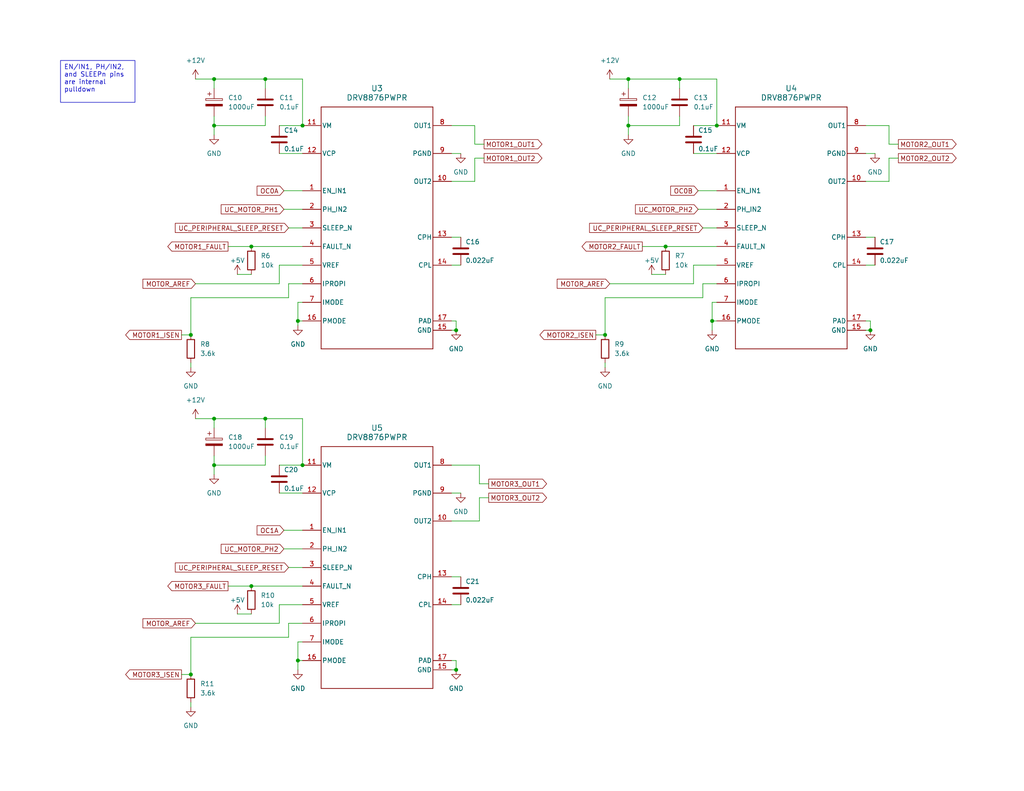
<source format=kicad_sch>
(kicad_sch (version 20231120) (generator "eeschema") (generator_version "8.0")
  (paper "USLetter")
  (title_block (title "Motor Drivers (1/2)") (date "2024-02-27") (rev "4") (company "COEN 490 Team 15"))
  (lib_symbols
    (symbol "Device:C" (pin_numbers hide) (pin_names (offset 0.254))
      (property "Reference" "C" (at 0.635 2.54 0))
      (property "Value" "C" (at 0.635 -2.54 0))
      (symbol "C_0_1"
        (polyline (pts (xy -2.032 -0.762) (xy 2.032 -0.762)) (stroke (width 0.508)))
        (polyline (pts (xy -2.032 0.762) (xy 2.032 0.762)) (stroke (width 0.508)))
      )
      (symbol "C_1_1"
        (pin passive line (at 0 3.81 270) (length 2.794) (name "~") (number "1"))
        (pin passive line (at 0 -3.81 90) (length 2.794) (name "~") (number "2"))
      )
    )
    (symbol "Device:C_Polarized" (pin_numbers hide) (pin_names (offset 0.254))
      (property "Reference" "C" (at 0.635 2.54 0))
      (property "Value" "C_Polarized" (at 0.635 -2.54 0))
      (symbol "C_Polarized_0_1"
        (rectangle (start -2.286 0.508) (end 2.286 1.016))
        (polyline (pts (xy -1.778 2.286) (xy -0.762 2.286)))
        (polyline (pts (xy -1.27 2.794) (xy -1.27 1.778)))
        (rectangle (start 2.286 -0.508) (end -2.286 -1.016) (fill (type outline)))
      )
      (symbol "C_Polarized_1_1"
        (pin passive line (at 0 3.81 270) (length 2.794) (name "~") (number "1"))
        (pin passive line (at 0 -3.81 90) (length 2.794) (name "~") (number "2"))
      )
    )
    (symbol "Device:R" (pin_numbers hide) (pin_names (offset 0))
      (property "Reference" "R" (at 2.032 0 90))
      (property "Value" "R" (at 0 0 90))
      (symbol "R_0_1"
        (rectangle (start -1.016 -2.54) (end 1.016 2.54) (stroke (width 0.254)))
      )
      (symbol "R_1_1"
        (pin passive line (at 0 3.81 270) (length 1.27) (name "~") (number "1"))
        (pin passive line (at 0 -3.81 90) (length 1.27) (name "~") (number "2"))
      )
    )
    (symbol "Glove_Symbols:DRV8876PWPR" (pin_names (offset 0.254))
      (property "Reference" "U" (at 0 2.54 0))
      (property "Value" "DRV8876PWPR" (at 0 0 0))
      (symbol "DRV8876PWPR_0_1"
        (polyline (pts (xy -15.24 -33.02) (xy 15.24 -33.02)) (stroke (width 0.2032)))
        (polyline (pts (xy -15.24 33.02) (xy -15.24 -33.02)) (stroke (width 0.2032)))
        (polyline (pts (xy 15.24 -33.02) (xy 15.24 33.02)) (stroke (width 0.2032)))
        (polyline (pts (xy 15.24 33.02) (xy -15.24 33.02)) (stroke (width 0.2032)))
        (pin input line (at -20.32 10.16 0) (length 5.08) (name "EN_IN1") (number "1"))
        (pin output line (at 20.32 12.7 180) (length 5.08) (name "OUT2") (number "10"))
        (pin power_in line (at -20.32 27.94 0) (length 5.08) (name "VM") (number "11"))
        (pin power_in line (at -20.32 20.32 0) (length 5.08) (name "VCP") (number "12"))
        (pin power_in line (at 20.32 -2.54 180) (length 5.08) (name "CPH") (number "13"))
        (pin power_in line (at 20.32 -10.16 180) (length 5.08) (name "CPL") (number "14"))
        (pin power_in line (at 20.32 -27.94 180) (length 5.08) (name "GND") (number "15"))
        (pin input line (at -20.32 -25.4 0) (length 5.08) (name "PMODE") (number "16"))
        (pin power_in line (at 20.32 -25.4 180) (length 5.08) (name "PAD") (number "17"))
        (pin input line (at -20.32 5.08 0) (length 5.08) (name "PH_IN2") (number "2"))
        (pin input line (at -20.32 0 0) (length 5.08) (name "SLEEP_N") (number "3"))
        (pin open_collector line (at -20.32 -5.08 0) (length 5.08) (name "FAULT_N") (number "4"))
        (pin power_in line (at -20.32 -10.16 0) (length 5.08) (name "VREF") (number "5"))
        (pin output line (at -20.32 -15.24 0) (length 5.08) (name "IPROPI") (number "6"))
        (pin input line (at -20.32 -20.32 0) (length 5.08) (name "IMODE") (number "7"))
        (pin output line (at 20.32 27.94 180) (length 5.08) (name "OUT1") (number "8"))
        (pin power_in line (at 20.32 20.32 180) (length 5.08) (name "PGND") (number "9"))
      )
    )
    (symbol "power:+12V" (power) (pin_names (offset 0))
      (property "Value" "+12V" (at 0 3.556 0))
      (symbol "+12V_0_1"
        (polyline (pts (xy -0.762 1.27) (xy 0 2.54)))
        (polyline (pts (xy 0 0) (xy 0 2.54)))
        (polyline (pts (xy 0 2.54) (xy 0.762 1.27)))
      )
      (symbol "+12V_1_1"
        (pin power_in line (at 0 0 90) (length 0) hide (name "+12V") (number "1"))
      )
    )
    (symbol "power:+5V" (power) (pin_names (offset 0))
      (property "Value" "+5V" (at 0 3.556 0))
      (symbol "+5V_0_1"
        (polyline (pts (xy -0.762 1.27) (xy 0 2.54)))
        (polyline (pts (xy 0 0) (xy 0 2.54)))
        (polyline (pts (xy 0 2.54) (xy 0.762 1.27)))
      )
      (symbol "+5V_1_1"
        (pin power_in line (at 0 0 90) (length 0) hide (name "+5V") (number "1"))
      )
    )
    (symbol "power:GND" (power) (pin_names (offset 0))
      (property "Value" "GND" (at 0 -3.81 0))
      (symbol "GND_0_1"
        (polyline (pts (xy 0 0) (xy 0 -1.27) (xy 1.27 -1.27) (xy 0 -2.54) (xy -1.27 -1.27) (xy 0 -1.27)))
      )
      (symbol "GND_1_1"
        (pin power_in line (at 0 0 270) (length 0) hide (name "GND") (number "1"))
      )
    )
  )
  (junction (at 195.58 34.29))
  (junction (at 171.45 34.29))
  (junction (at 171.45 21.59))
  (junction (at 165.1 91.44))
  (junction (at 124.46 182.88))
  (junction (at 58.42 114.3))
  (junction (at 124.46 90.17))
  (junction (at 68.58 160.02))
  (junction (at 52.07 184.15))
  (junction (at 194.31 87.63))
  (junction (at 82.55 127))
  (junction (at 237.49 90.17))
  (junction (at 68.58 67.31))
  (junction (at 72.39 21.59))
  (junction (at 58.42 34.29))
  (junction (at 72.39 114.3))
  (junction (at 181.61 67.31))
  (junction (at 52.07 91.44))
  (junction (at 82.55 34.29))
  (junction (at 81.28 87.63))
  (junction (at 185.42 21.59))
  (junction (at 81.28 180.34))
  (junction (at 58.42 127))
  (junction (at 58.42 21.59))
  (wire (pts (xy 130.81 142.24) (xy 130.81 135.89)))
  (wire (pts (xy 64.77 74.93) (xy 68.58 74.93)))
  (wire (pts (xy 68.58 160.02) (xy 82.55 160.02)))
  (wire (pts (xy 171.45 21.59) (xy 171.45 24.13)))
  (wire (pts (xy 58.42 21.59) (xy 58.42 24.13)))
  (wire (pts (xy 129.54 39.37) (xy 132.08 39.37)))
  (wire (pts (xy 123.19 64.77) (xy 125.73 64.77)))
  (wire (pts (xy 76.2 165.1) (xy 76.2 170.18)))
  (wire (pts (xy 62.23 67.31) (xy 68.58 67.31)))
  (wire (pts (xy 236.22 49.53) (xy 242.57 49.53)))
  (wire (pts (xy 123.19 182.88) (xy 124.46 182.88)))
  (wire (pts (xy 242.57 34.29) (xy 242.57 39.37)))
  (wire (pts (xy 236.22 72.39) (xy 238.76 72.39)))
  (wire (pts (xy 236.22 34.29) (xy 242.57 34.29)))
  (wire (pts (xy 76.2 41.91) (xy 82.55 41.91)))
  (wire (pts (xy 123.19 134.62) (xy 125.73 134.62)))
  (wire (pts (xy 191.77 81.28) (xy 165.1 81.28)))
  (wire (pts (xy 58.42 34.29) (xy 72.39 34.29)))
  (wire (pts (xy 236.22 41.91) (xy 238.76 41.91)))
  (wire (pts (xy 52.07 173.99) (xy 52.07 184.15)))
  (wire (pts (xy 129.54 49.53) (xy 129.54 43.18)))
  (wire (pts (xy 77.47 52.07) (xy 82.55 52.07)))
  (wire (pts (xy 58.42 114.3) (xy 72.39 114.3)))
  (wire (pts (xy 76.2 72.39) (xy 76.2 77.47)))
  (wire (pts (xy 181.61 67.31) (xy 195.58 67.31)))
  (wire (pts (xy 165.1 81.28) (xy 165.1 91.44)))
  (wire (pts (xy 58.42 127) (xy 58.42 129.54)))
  (wire (pts (xy 190.5 57.15) (xy 195.58 57.15)))
  (wire (pts (xy 77.47 144.78) (xy 82.55 144.78)))
  (wire (pts (xy 52.07 99.06) (xy 52.07 100.33)))
  (wire (pts (xy 81.28 82.55) (xy 82.55 82.55)))
  (wire (pts (xy 68.58 67.31) (xy 82.55 67.31)))
  (wire (pts (xy 58.42 124.46) (xy 58.42 127)))
  (wire (pts (xy 53.34 77.47) (xy 76.2 77.47)))
  (wire (pts (xy 123.19 180.34) (xy 124.46 180.34)))
  (wire (pts (xy 191.77 62.23) (xy 195.58 62.23)))
  (wire (pts (xy 236.22 90.17) (xy 237.49 90.17)))
  (wire (pts (xy 58.42 21.59) (xy 72.39 21.59)))
  (wire (pts (xy 82.55 21.59) (xy 82.55 34.29)))
  (wire (pts (xy 77.47 57.15) (xy 82.55 57.15)))
  (wire (pts (xy 124.46 180.34) (xy 124.46 182.88)))
  (wire (pts (xy 130.81 127) (xy 130.81 132.08)))
  (wire (pts (xy 78.74 77.47) (xy 78.74 81.28)))
  (wire (pts (xy 72.39 24.13) (xy 72.39 21.59)))
  (wire (pts (xy 82.55 21.59) (xy 72.39 21.59)))
  (wire (pts (xy 49.53 91.44) (xy 52.07 91.44)))
  (wire (pts (xy 123.19 165.1) (xy 125.73 165.1)))
  (wire (pts (xy 81.28 87.63) (xy 82.55 87.63)))
  (wire (pts (xy 82.55 114.3) (xy 82.55 127)))
  (wire (pts (xy 58.42 114.3) (xy 58.42 116.84)))
  (wire (pts (xy 171.45 34.29) (xy 185.42 34.29)))
  (wire (pts (xy 64.77 167.64) (xy 68.58 167.64)))
  (wire (pts (xy 123.19 142.24) (xy 130.81 142.24)))
  (wire (pts (xy 49.53 184.15) (xy 52.07 184.15)))
  (wire (pts (xy 166.37 21.59) (xy 171.45 21.59)))
  (wire (pts (xy 53.34 21.59) (xy 58.42 21.59)))
  (wire (pts (xy 124.46 87.63) (xy 124.46 90.17)))
  (wire (pts (xy 76.2 34.29) (xy 82.55 34.29)))
  (wire (pts (xy 165.1 99.06) (xy 165.1 100.33)))
  (wire (pts (xy 129.54 43.18) (xy 132.08 43.18)))
  (wire (pts (xy 81.28 182.88) (xy 81.28 180.34)))
  (wire (pts (xy 190.5 52.07) (xy 195.58 52.07)))
  (wire (pts (xy 185.42 24.13) (xy 185.42 21.59)))
  (wire (pts (xy 171.45 34.29) (xy 171.45 36.83)))
  (wire (pts (xy 78.74 154.94) (xy 82.55 154.94)))
  (wire (pts (xy 195.58 21.59) (xy 195.58 34.29)))
  (wire (pts (xy 194.31 87.63) (xy 194.31 82.55)))
  (wire (pts (xy 130.81 132.08) (xy 133.35 132.08)))
  (wire (pts (xy 194.31 82.55) (xy 195.58 82.55)))
  (wire (pts (xy 81.28 175.26) (xy 82.55 175.26)))
  (wire (pts (xy 189.23 72.39) (xy 189.23 77.47)))
  (wire (pts (xy 195.58 21.59) (xy 185.42 21.59)))
  (wire (pts (xy 237.49 87.63) (xy 237.49 90.17)))
  (wire (pts (xy 191.77 77.47) (xy 191.77 81.28)))
  (wire (pts (xy 82.55 114.3) (xy 72.39 114.3)))
  (wire (pts (xy 81.28 180.34) (xy 82.55 180.34)))
  (wire (pts (xy 58.42 34.29) (xy 58.42 36.83)))
  (wire (pts (xy 171.45 31.75) (xy 171.45 34.29)))
  (wire (pts (xy 129.54 34.29) (xy 129.54 39.37)))
  (wire (pts (xy 82.55 165.1) (xy 76.2 165.1)))
  (wire (pts (xy 76.2 134.62) (xy 82.55 134.62)))
  (wire (pts (xy 194.31 87.63) (xy 195.58 87.63)))
  (wire (pts (xy 123.19 49.53) (xy 129.54 49.53)))
  (wire (pts (xy 195.58 77.47) (xy 191.77 77.47)))
  (wire (pts (xy 78.74 81.28) (xy 52.07 81.28)))
  (wire (pts (xy 185.42 31.75) (xy 185.42 34.29)))
  (wire (pts (xy 78.74 173.99) (xy 52.07 173.99)))
  (wire (pts (xy 195.58 72.39) (xy 189.23 72.39)))
  (wire (pts (xy 58.42 31.75) (xy 58.42 34.29)))
  (wire (pts (xy 72.39 116.84) (xy 72.39 114.3)))
  (wire (pts (xy 62.23 160.02) (xy 68.58 160.02)))
  (wire (pts (xy 123.19 72.39) (xy 125.73 72.39)))
  (wire (pts (xy 72.39 124.46) (xy 72.39 127)))
  (wire (pts (xy 194.31 90.17) (xy 194.31 87.63)))
  (wire (pts (xy 82.55 72.39) (xy 76.2 72.39)))
  (wire (pts (xy 76.2 127) (xy 82.55 127)))
  (wire (pts (xy 177.8 74.93) (xy 181.61 74.93)))
  (wire (pts (xy 77.47 149.86) (xy 82.55 149.86)))
  (wire (pts (xy 72.39 31.75) (xy 72.39 34.29)))
  (wire (pts (xy 236.22 87.63) (xy 237.49 87.63)))
  (wire (pts (xy 52.07 191.77) (xy 52.07 193.04)))
  (wire (pts (xy 130.81 135.89) (xy 133.35 135.89)))
  (wire (pts (xy 53.34 114.3) (xy 58.42 114.3)))
  (wire (pts (xy 58.42 127) (xy 72.39 127)))
  (wire (pts (xy 78.74 62.23) (xy 82.55 62.23)))
  (wire (pts (xy 242.57 43.18) (xy 245.11 43.18)))
  (wire (pts (xy 123.19 34.29) (xy 129.54 34.29)))
  (wire (pts (xy 123.19 157.48) (xy 125.73 157.48)))
  (wire (pts (xy 123.19 87.63) (xy 124.46 87.63)))
  (wire (pts (xy 242.57 49.53) (xy 242.57 43.18)))
  (wire (pts (xy 123.19 41.91) (xy 125.73 41.91)))
  (wire (pts (xy 175.26 67.31) (xy 181.61 67.31)))
  (wire (pts (xy 171.45 21.59) (xy 185.42 21.59)))
  (wire (pts (xy 189.23 41.91) (xy 195.58 41.91)))
  (wire (pts (xy 166.37 77.47) (xy 189.23 77.47)))
  (wire (pts (xy 82.55 170.18) (xy 78.74 170.18)))
  (wire (pts (xy 52.07 81.28) (xy 52.07 91.44)))
  (wire (pts (xy 53.34 170.18) (xy 76.2 170.18)))
  (wire (pts (xy 82.55 77.47) (xy 78.74 77.47)))
  (wire (pts (xy 236.22 64.77) (xy 238.76 64.77)))
  (wire (pts (xy 189.23 34.29) (xy 195.58 34.29)))
  (wire (pts (xy 242.57 39.37) (xy 245.11 39.37)))
  (wire (pts (xy 81.28 180.34) (xy 81.28 175.26)))
  (wire (pts (xy 162.56 91.44) (xy 165.1 91.44)))
  (wire (pts (xy 123.19 127) (xy 130.81 127)))
  (wire (pts (xy 81.28 88.9) (xy 81.28 87.63)))
  (wire (pts (xy 78.74 170.18) (xy 78.74 173.99)))
  (wire (pts (xy 81.28 87.63) (xy 81.28 82.55)))
  (wire (pts (xy 123.19 90.17) (xy 124.46 90.17)))
  (text_box "EN/IN1, PH/IN2, and SLEEPn pins are internal pulldown" (at 16.51 16.51 0) (size 20.32 11.43) (effects (font (size 1.27 1.27)) (justify left top)))
  (global_label "UC_PERIPHERAL_SLEEP_RESET" (shape input) (at 78.74 62.23 180) (property "Intersheetrefs" "${INTERSHEET_REFS}" (effects (hide yes))))
  (global_label "MOTOR2_FAULT" (shape output) (at 175.26 67.31 180) (property "Intersheetrefs" "${INTERSHEET_REFS}" (effects (hide yes))))
  (global_label "MOTOR1_OUT1" (shape output) (at 132.08 39.37 0) (property "Intersheetrefs" "${INTERSHEET_REFS}" (effects (hide yes))))
  (global_label "MOTOR_AREF" (shape input) (at 166.37 77.47 180) (property "Intersheetrefs" "${INTERSHEET_REFS}" (effects (hide yes))))
  (global_label "MOTOR1_ISEN" (shape output) (at 49.53 91.44 180) (property "Intersheetrefs" "${INTERSHEET_REFS}" (effects (hide yes))))
  (global_label "UC_MOTOR_PH2" (shape input) (at 190.5 57.15 180) (property "Intersheetrefs" "${INTERSHEET_REFS}" (effects (hide yes))))
  (global_label "MOTOR1_FAULT" (shape output) (at 62.23 67.31 180) (property "Intersheetrefs" "${INTERSHEET_REFS}" (effects (hide yes))))
  (global_label "MOTOR3_OUT2" (shape output) (at 133.35 135.89 0) (property "Intersheetrefs" "${INTERSHEET_REFS}" (effects (hide yes))))
  (global_label "MOTOR1_OUT2" (shape output) (at 132.08 43.18 0) (property "Intersheetrefs" "${INTERSHEET_REFS}" (effects (hide yes))))
  (global_label "UC_MOTOR_PH2" (shape input) (at 77.47 149.86 180) (property "Intersheetrefs" "${INTERSHEET_REFS}" (effects (hide yes))))
  (global_label "MOTOR2_OUT2" (shape output) (at 245.11 43.18 0) (property "Intersheetrefs" "${INTERSHEET_REFS}" (effects (hide yes))))
  (global_label "MOTOR3_OUT1" (shape output) (at 133.35 132.08 0) (property "Intersheetrefs" "${INTERSHEET_REFS}" (effects (hide yes))))
  (global_label "OC1A" (shape input) (at 77.47 144.78 180) (property "Intersheetrefs" "${INTERSHEET_REFS}" (effects (hide yes))))
  (global_label "MOTOR2_ISEN" (shape output) (at 162.56 91.44 180) (property "Intersheetrefs" "${INTERSHEET_REFS}" (effects (hide yes))))
  (global_label "MOTOR3_FAULT" (shape output) (at 62.23 160.02 180) (property "Intersheetrefs" "${INTERSHEET_REFS}" (effects (hide yes))))
  (global_label "MOTOR_AREF" (shape input) (at 53.34 77.47 180) (property "Intersheetrefs" "${INTERSHEET_REFS}" (effects (hide yes))))
  (global_label "UC_PERIPHERAL_SLEEP_RESET" (shape input) (at 78.74 154.94 180) (property "Intersheetrefs" "${INTERSHEET_REFS}" (effects (hide yes))))
  (global_label "MOTOR2_OUT1" (shape output) (at 245.11 39.37 0) (property "Intersheetrefs" "${INTERSHEET_REFS}" (effects (hide yes))))
  (global_label "MOTOR3_ISEN" (shape output) (at 49.53 184.15 180) (property "Intersheetrefs" "${INTERSHEET_REFS}" (effects (hide yes))))
  (global_label "OC0A" (shape input) (at 77.47 52.07 180) (property "Intersheetrefs" "${INTERSHEET_REFS}" (effects (hide yes))))
  (global_label "OC0B" (shape input) (at 190.5 52.07 180) (property "Intersheetrefs" "${INTERSHEET_REFS}" (effects (hide yes))))
  (global_label "UC_MOTOR_PH1" (shape input) (at 77.47 57.15 180) (property "Intersheetrefs" "${INTERSHEET_REFS}" (effects (hide yes))))
  (global_label "UC_PERIPHERAL_SLEEP_RESET" (shape input) (at 191.77 62.23 180) (property "Intersheetrefs" "${INTERSHEET_REFS}" (effects (hide yes))))
  (global_label "MOTOR_AREF" (shape input) (at 53.34 170.18 180) (property "Intersheetrefs" "${INTERSHEET_REFS}" (effects (hide yes))))
  (symbol (lib_id "power:GND") (at 58.42 36.83 0) (unit 1)
    (property "Reference" "#PWR019" (effects (hide yes)))
    (property "Value" "GND" (at 58.42 41.91 0))
  )
  (symbol (lib_id "power:GND") (at 52.07 193.04 0) (unit 1)
    (property "Reference" "#PWR037" (effects (hide yes)))
    (property "Value" "GND" (at 52.07 198.12 0))
  )
  (symbol (lib_id "power:GND") (at 238.76 41.91 0) (unit 1)
    (property "Reference" "#PWR022" (effects (hide yes)))
    (property "Value" "GND" (at 238.76 46.99 0))
  )
  (symbol (lib_id "Device:C") (at 76.2 130.81 0) (unit 1)
    (property "Reference" "C20" (at 77.47 128.27 0) (effects (justify left)))
    (property "Value" "0.1uF" (at 77.47 133.35 0) (effects (justify left)))
    (property "Footprint" "Capacitor_SMD:C_0603_1608Metric_Pad1.08x0.95mm_HandSolder" (effects (hide yes)))
  )
  (symbol (lib_id "Device:C_Polarized") (at 58.42 120.65 0) (unit 1)
    (property "Reference" "C18" (at 62.23 119.38 0) (effects (justify left)))
    (property "Value" "1000uF" (at 62.23 121.92 0) (effects (justify left)))
    (property "Footprint" "Capacitor_THT:CP_Radial_D10.0mm_P5.00mm" (effects (hide yes)))
  )
  (symbol (lib_id "power:GND") (at 165.1 100.33 0) (unit 1)
    (property "Reference" "#PWR030" (effects (hide yes)))
    (property "Value" "GND" (at 165.1 105.41 0))
  )
  (symbol (lib_id "Device:C_Polarized") (at 58.42 27.94 0) (unit 1)
    (property "Reference" "C10" (at 62.23 26.67 0) (effects (justify left)))
    (property "Value" "1000uF" (at 62.23 29.21 0) (effects (justify left)))
    (property "Footprint" "Capacitor_THT:CP_Radial_D10.0mm_P5.00mm" (effects (hide yes)))
  )
  (symbol (lib_id "power:GND") (at 125.73 134.62 0) (unit 1)
    (property "Reference" "#PWR033" (effects (hide yes)))
    (property "Value" "GND" (at 125.73 139.7 0))
  )
  (symbol (lib_id "power:GND") (at 81.28 88.9 0) (unit 1)
    (property "Reference" "#PWR025" (effects (hide yes)))
    (property "Value" "GND" (at 81.28 93.98 0))
  )
  (symbol (lib_id "Device:C") (at 72.39 120.65 0) (unit 1)
    (property "Reference" "C19" (at 76.2 119.38 0) (effects (justify left)))
    (property "Value" "0.1uF" (at 76.2 121.92 0) (effects (justify left)))
    (property "Footprint" "Capacitor_SMD:C_0603_1608Metric_Pad1.08x0.95mm_HandSolder" (effects (hide yes)))
  )
  (symbol (lib_id "Device:R") (at 68.58 71.12 0) (unit 1)
    (property "Reference" "R6" (at 71.12 69.85 0) (effects (justify left)))
    (property "Value" "10k" (at 71.12 72.39 0) (effects (justify left)))
    (property "Footprint" "Resistor_SMD:R_0805_2012Metric_Pad1.20x1.40mm_HandSolder" (effects (hide yes)))
  )
  (symbol (lib_id "power:+12V") (at 53.34 114.3 0) (unit 1)
    (property "Reference" "#PWR031" (effects (hide yes)))
    (property "Value" "+12V" (at 53.34 109.22 0))
  )
  (symbol (lib_id "power:GND") (at 124.46 182.88 0) (unit 1)
    (property "Reference" "#PWR036" (effects (hide yes)))
    (property "Value" "GND" (at 124.46 187.96 0))
  )
  (symbol (lib_id "Device:C") (at 125.73 68.58 0) (unit 1)
    (property "Reference" "C16" (at 127 66.04 0) (effects (justify left)))
    (property "Value" "0.022uF" (at 127 71.12 0) (effects (justify left)))
    (property "Footprint" "Capacitor_SMD:C_0603_1608Metric_Pad1.08x0.95mm_HandSolder" (effects (hide yes)))
  )
  (symbol (lib_id "power:+5V") (at 64.77 167.64 0) (unit 1)
    (property "Reference" "#PWR034" (effects (hide yes)))
    (property "Value" "+5V" (at 64.77 163.83 0))
  )
  (symbol (lib_id "Device:C_Polarized") (at 171.45 27.94 0) (unit 1)
    (property "Reference" "C12" (at 175.26 26.67 0) (effects (justify left)))
    (property "Value" "1000uF" (at 175.26 29.21 0) (effects (justify left)))
    (property "Footprint" "Capacitor_THT:CP_Radial_D10.0mm_P5.00mm" (effects (hide yes)))
  )
  (symbol (lib_id "power:+5V") (at 177.8 74.93 0) (unit 1)
    (property "Reference" "#PWR024" (effects (hide yes)))
    (property "Value" "+5V" (at 177.8 71.12 0))
  )
  (symbol (lib_id "Glove_Symbols:DRV8876PWPR") (at 102.87 62.23 0) (unit 1)
    (property "Reference" "U3" (at 102.87 24.13 0) (effects (font (size 1.524 1.524))))
    (property "Value" "DRV8876PWPR" (at 102.87 26.67 0) (effects (font (size 1.524 1.524))))
    (property "Footprint" "Glove_Footprints:PWP0016J_N" (effects (hide yes)))
    (property "Datasheet" "DRV8876PWPR" (effects (hide yes)))
  )
  (symbol (lib_id "Device:C") (at 185.42 27.94 0) (unit 1)
    (property "Reference" "C13" (at 189.23 26.67 0) (effects (justify left)))
    (property "Value" "0.1uF" (at 189.23 29.21 0) (effects (justify left)))
    (property "Footprint" "Capacitor_SMD:C_0603_1608Metric_Pad1.08x0.95mm_HandSolder" (effects (hide yes)))
  )
  (symbol (lib_id "power:+12V") (at 166.37 21.59 0) (unit 1)
    (property "Reference" "#PWR018" (effects (hide yes)))
    (property "Value" "+12V" (at 166.37 16.51 0))
  )
  (symbol (lib_id "Glove_Symbols:DRV8876PWPR") (at 215.9 62.23 0) (unit 1)
    (property "Reference" "U4" (at 215.9 24.13 0) (effects (font (size 1.524 1.524))))
    (property "Value" "DRV8876PWPR" (at 215.9 26.67 0) (effects (font (size 1.524 1.524))))
    (property "Footprint" "Glove_Footprints:PWP0016J_N" (effects (hide yes)))
    (property "Datasheet" "DRV8876PWPR" (effects (hide yes)))
  )
  (symbol (lib_id "Device:R") (at 68.58 163.83 0) (unit 1)
    (property "Reference" "R10" (at 71.12 162.56 0) (effects (justify left)))
    (property "Value" "10k" (at 71.12 165.1 0) (effects (justify left)))
    (property "Footprint" "Resistor_SMD:R_0805_2012Metric_Pad1.20x1.40mm_HandSolder" (effects (hide yes)))
  )
  (symbol (lib_id "power:+12V") (at 53.34 21.59 0) (unit 1)
    (property "Reference" "#PWR017" (effects (hide yes)))
    (property "Value" "+12V" (at 53.34 16.51 0))
  )
  (symbol (lib_id "power:GND") (at 194.31 90.17 0) (unit 1)
    (property "Reference" "#PWR027" (effects (hide yes)))
    (property "Value" "GND" (at 194.31 95.25 0))
  )
  (symbol (lib_id "Device:R") (at 165.1 95.25 0) (unit 1)
    (property "Reference" "R9" (at 167.64 93.98 0) (effects (justify left)))
    (property "Value" "3.6k" (at 167.64 96.52 0) (effects (justify left)))
    (property "Footprint" "Resistor_SMD:R_0805_2012Metric_Pad1.20x1.40mm_HandSolder" (effects (hide yes)))
  )
  (symbol (lib_id "Device:R") (at 52.07 187.96 0) (unit 1)
    (property "Reference" "R11" (at 54.61 186.69 0) (effects (justify left)))
    (property "Value" "3.6k" (at 54.61 189.23 0) (effects (justify left)))
    (property "Footprint" "Resistor_SMD:R_0805_2012Metric_Pad1.20x1.40mm_HandSolder" (effects (hide yes)))
  )
  (symbol (lib_id "power:GND") (at 237.49 90.17 0) (unit 1)
    (property "Reference" "#PWR028" (effects (hide yes)))
    (property "Value" "GND" (at 237.49 95.25 0))
  )
  (symbol (lib_id "power:+5V") (at 64.77 74.93 0) (unit 1)
    (property "Reference" "#PWR023" (effects (hide yes)))
    (property "Value" "+5V" (at 64.77 71.12 0))
  )
  (symbol (lib_id "power:GND") (at 125.73 41.91 0) (unit 1)
    (property "Reference" "#PWR021" (effects (hide yes)))
    (property "Value" "GND" (at 125.73 46.99 0))
  )
  (symbol (lib_id "Device:C") (at 189.23 38.1 0) (unit 1)
    (property "Reference" "C15" (at 190.5 35.56 0) (effects (justify left)))
    (property "Value" "0.1uF" (at 190.5 40.64 0) (effects (justify left)))
    (property "Footprint" "Capacitor_SMD:C_0603_1608Metric_Pad1.08x0.95mm_HandSolder" (effects (hide yes)))
  )
  (symbol (lib_id "Device:R") (at 52.07 95.25 0) (unit 1)
    (property "Reference" "R8" (at 54.61 93.98 0) (effects (justify left)))
    (property "Value" "3.6k" (at 54.61 96.52 0) (effects (justify left)))
    (property "Footprint" "Resistor_SMD:R_0805_2012Metric_Pad1.20x1.40mm_HandSolder" (effects (hide yes)))
  )
  (symbol (lib_id "Device:R") (at 181.61 71.12 0) (unit 1)
    (property "Reference" "R7" (at 184.15 69.85 0) (effects (justify left)))
    (property "Value" "10k" (at 184.15 72.39 0) (effects (justify left)))
    (property "Footprint" "Resistor_SMD:R_0805_2012Metric_Pad1.20x1.40mm_HandSolder" (effects (hide yes)))
  )
  (symbol (lib_id "power:GND") (at 52.07 100.33 0) (unit 1)
    (property "Reference" "#PWR029" (effects (hide yes)))
    (property "Value" "GND" (at 52.07 105.41 0))
  )
  (symbol (lib_id "power:GND") (at 58.42 129.54 0) (unit 1)
    (property "Reference" "#PWR032" (effects (hide yes)))
    (property "Value" "GND" (at 58.42 134.62 0))
  )
  (symbol (lib_id "Device:C") (at 72.39 27.94 0) (unit 1)
    (property "Reference" "C11" (at 76.2 26.67 0) (effects (justify left)))
    (property "Value" "0.1uF" (at 76.2 29.21 0) (effects (justify left)))
    (property "Footprint" "Capacitor_SMD:C_0603_1608Metric_Pad1.08x0.95mm_HandSolder" (effects (hide yes)))
  )
  (symbol (lib_id "Device:C") (at 76.2 38.1 0) (unit 1)
    (property "Reference" "C14" (at 77.47 35.56 0) (effects (justify left)))
    (property "Value" "0.1uF" (at 77.47 40.64 0) (effects (justify left)))
    (property "Footprint" "Capacitor_SMD:C_0603_1608Metric_Pad1.08x0.95mm_HandSolder" (effects (hide yes)))
  )
  (symbol (lib_id "Device:C") (at 125.73 161.29 0) (unit 1)
    (property "Reference" "C21" (at 127 158.75 0) (effects (justify left)))
    (property "Value" "0.022uF" (at 127 163.83 0) (effects (justify left)))
    (property "Footprint" "Capacitor_SMD:C_0603_1608Metric_Pad1.08x0.95mm_HandSolder" (effects (hide yes)))
  )
  (symbol (lib_id "power:GND") (at 171.45 36.83 0) (unit 1)
    (property "Reference" "#PWR020" (effects (hide yes)))
    (property "Value" "GND" (at 171.45 41.91 0))
  )
  (symbol (lib_id "power:GND") (at 124.46 90.17 0) (unit 1)
    (property "Reference" "#PWR026" (effects (hide yes)))
    (property "Value" "GND" (at 124.46 95.25 0))
  )
  (symbol (lib_id "Device:C") (at 238.76 68.58 0) (unit 1)
    (property "Reference" "C17" (at 240.03 66.04 0) (effects (justify left)))
    (property "Value" "0.022uF" (at 240.03 71.12 0) (effects (justify left)))
    (property "Footprint" "Capacitor_SMD:C_0603_1608Metric_Pad1.08x0.95mm_HandSolder" (effects (hide yes)))
  )
  (symbol (lib_id "power:GND") (at 81.28 182.88 0) (unit 1)
    (property "Reference" "#PWR035" (effects (hide yes)))
    (property "Value" "GND" (at 81.28 187.96 0))
  )
  (symbol (lib_id "Glove_Symbols:DRV8876PWPR") (at 102.87 154.94 0) (unit 1)
    (property "Reference" "U5" (at 102.87 116.84 0) (effects (font (size 1.524 1.524))))
    (property "Value" "DRV8876PWPR" (at 102.87 119.38 0) (effects (font (size 1.524 1.524))))
    (property "Footprint" "Glove_Footprints:PWP0016J_N" (effects (hide yes)))
    (property "Datasheet" "DRV8876PWPR" (effects (hide yes)))
  )
)
</source>
